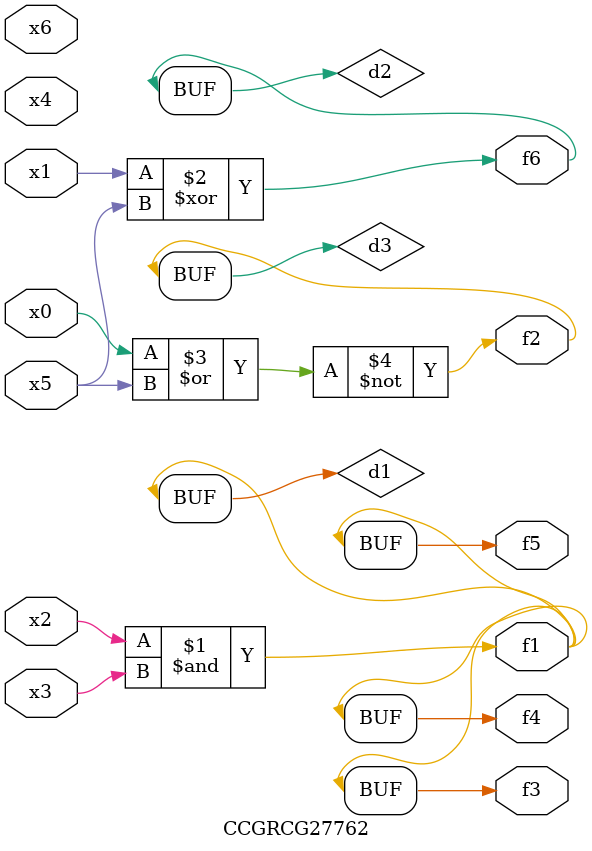
<source format=v>
module CCGRCG27762(
	input x0, x1, x2, x3, x4, x5, x6,
	output f1, f2, f3, f4, f5, f6
);

	wire d1, d2, d3;

	and (d1, x2, x3);
	xor (d2, x1, x5);
	nor (d3, x0, x5);
	assign f1 = d1;
	assign f2 = d3;
	assign f3 = d1;
	assign f4 = d1;
	assign f5 = d1;
	assign f6 = d2;
endmodule

</source>
